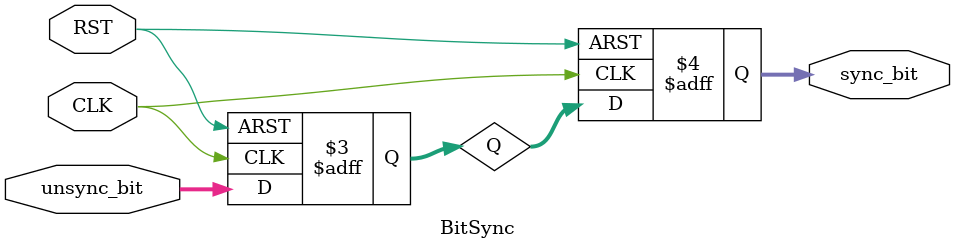
<source format=v>
module BitSync (
    input  wire       CLK,
    input  wire       RST,
    input  wire [4:0] unsync_bit,
    output reg  [4:0] sync_bit
);
    reg [4:0] Q;

    always @(posedge CLK or negedge RST) begin
        if (~RST) begin
            Q        <= 5'b0;
            sync_bit <= 5'b0;
        end
        else begin
            Q        <= unsync_bit;
            sync_bit <= Q;
        end
    end
endmodule

</source>
